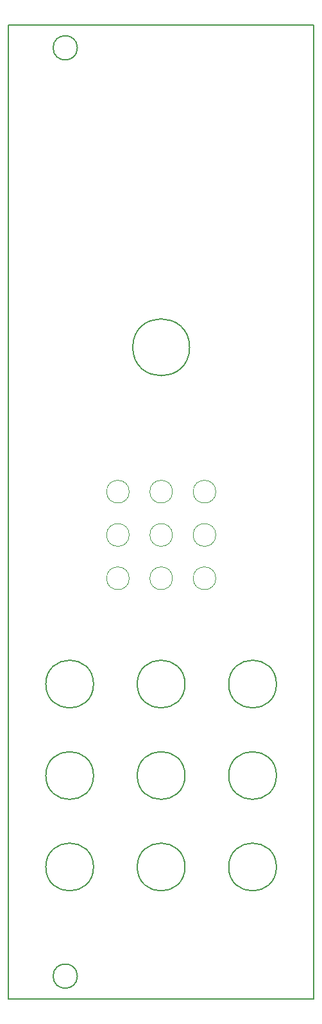
<source format=gbr>
G04 #@! TF.GenerationSoftware,KiCad,Pcbnew,(5.1.2)-1*
G04 #@! TF.CreationDate,2019-05-08T00:12:38+02:00*
G04 #@! TF.ProjectId,takt-panel,74616b74-2d70-4616-9e65-6c2e6b696361,rev?*
G04 #@! TF.SameCoordinates,Original*
G04 #@! TF.FileFunction,Profile,NP*
%FSLAX46Y46*%
G04 Gerber Fmt 4.6, Leading zero omitted, Abs format (unit mm)*
G04 Created by KiCad (PCBNEW (5.1.2)-1) date 2019-05-08 00:12:38*
%MOMM*%
%LPD*%
G04 APERTURE LIST*
%ADD10C,0.100000*%
%ADD11C,0.200000*%
G04 APERTURE END LIST*
D10*
X134215000Y-82550000D02*
G75*
G03X134215000Y-82550000I-1500000J0D01*
G01*
X122785000Y-93980000D02*
G75*
G03X122785000Y-93980000I-1500000J0D01*
G01*
X122785000Y-82550000D02*
G75*
G03X122785000Y-82550000I-1500000J0D01*
G01*
X128500000Y-93980000D02*
G75*
G03X128500000Y-93980000I-1500000J0D01*
G01*
X134215000Y-88265000D02*
G75*
G03X134215000Y-88265000I-1500000J0D01*
G01*
X122785000Y-88265000D02*
G75*
G03X122785000Y-88265000I-1500000J0D01*
G01*
X128500000Y-82550000D02*
G75*
G03X128500000Y-82550000I-1500000J0D01*
G01*
X128500000Y-88265000D02*
G75*
G03X128500000Y-88265000I-1500000J0D01*
G01*
X134215000Y-93980000D02*
G75*
G03X134215000Y-93980000I-1500000J0D01*
G01*
D11*
X147138219Y-149480000D02*
X106838219Y-149480000D01*
X147138219Y-20980000D02*
X147138219Y-149480000D01*
X106838219Y-20980000D02*
X147138219Y-20980000D01*
X118070000Y-107940001D02*
G75*
G03X118070000Y-107940001I-3150000J0D01*
G01*
X142210000Y-132080000D02*
G75*
G03X142210000Y-132080000I-3150000J0D01*
G01*
X130140000Y-107940001D02*
G75*
G03X130140000Y-107940001I-3150000J0D01*
G01*
X115938219Y-23980000D02*
G75*
G03X115938219Y-23980000I-1600000J0D01*
G01*
X115938219Y-146480000D02*
G75*
G03X115938219Y-146480000I-1600000J0D01*
G01*
X106838219Y-149480000D02*
X106838219Y-20980000D01*
X142210000Y-107940001D02*
G75*
G03X142210000Y-107940001I-3150000J0D01*
G01*
X130750000Y-63500000D02*
G75*
G03X130750000Y-63500000I-3750000J0D01*
G01*
X118070000Y-132080000D02*
G75*
G03X118070000Y-132080000I-3150000J0D01*
G01*
X130140000Y-132080000D02*
G75*
G03X130140000Y-132080000I-3150000J0D01*
G01*
X130140000Y-120010000D02*
G75*
G03X130140000Y-120010000I-3150000J0D01*
G01*
X142210000Y-120010000D02*
G75*
G03X142210000Y-120010000I-3150000J0D01*
G01*
X118070000Y-120010000D02*
G75*
G03X118070000Y-120010000I-3150000J0D01*
G01*
M02*

</source>
